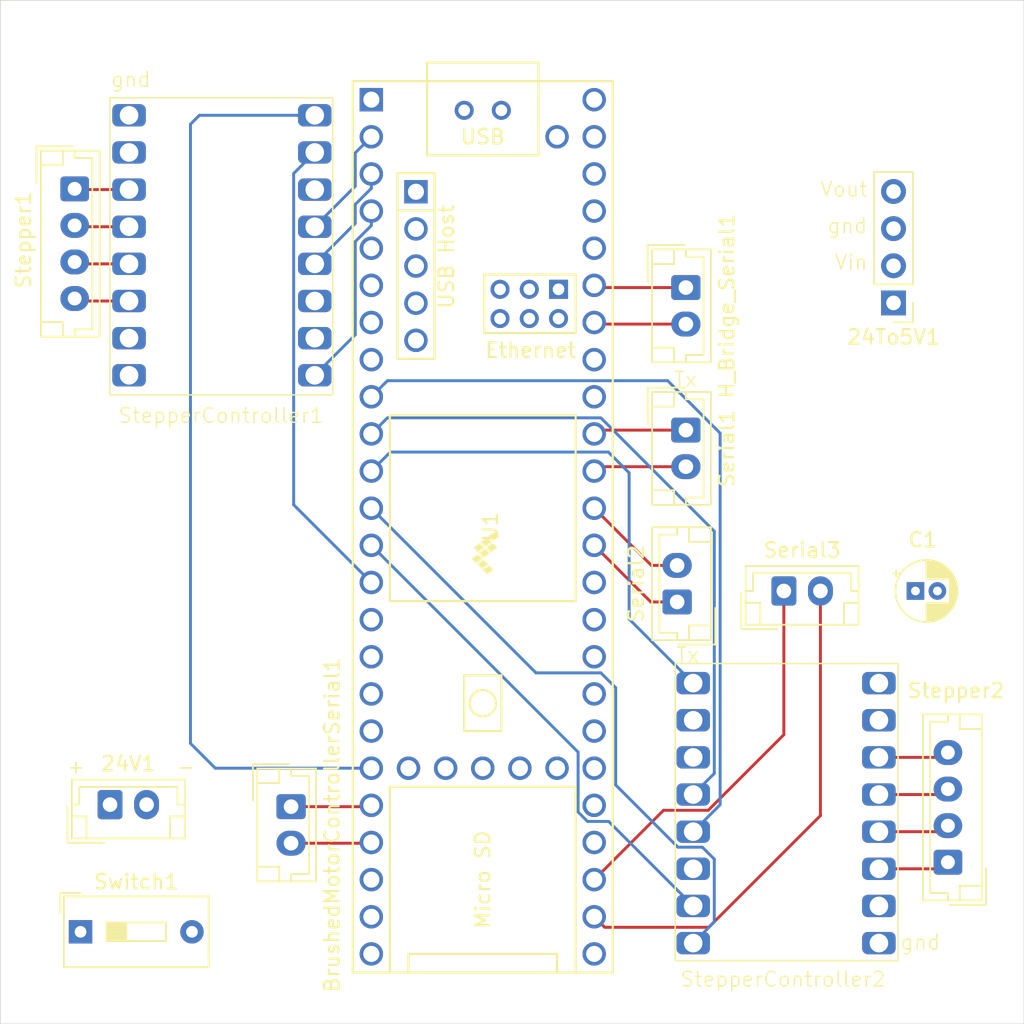
<source format=kicad_pcb>
(kicad_pcb (version 20241229) (generator "pcbnew") (generator_version "9.0")
  (layers (0 "F.Cu" signal "Data Lines 1") (4 "In1.Cu" power "GND") (6 "In2.Cu" power "VCC") (2 "B.Cu" signal "Data Lines 2") (13 "F.Paste" user) (15 "B.Paste" user) (5 "F.SilkS" user "F.Silkscreen") (7 "B.SilkS" user "B.Silkscreen") (1 "F.Mask" user) (3 "B.Mask" user) (25 "Edge.Cuts" user))
  (net 0 "")
  (net 2 "Net-(24To5V1-Vin)")
  (net 3 "Net-(24V1-Pin_1)")
  (net 4 "Net-(Stepper1-Pin_1)")
  (net 5 "Net-(Stepper1-Pin_3)")
  (net 6 "Net-(Stepper1-Pin_2)")
  (net 7 "Net-(Stepper1-Pin_4)")
  (net 8 "Net-(Stepper2-Pin_2)")
  (net 9 "Net-(Stepper2-Pin_4)")
  (net 10 "Net-(Stepper2-Pin_3)")
  (net 11 "Net-(Stepper2-Pin_1)")
  (net 55 "/TX_Stepper_Motor_1")
  (net 56 "/3v3_Stepper_Motor_1")
  (net 57 "/DIR_Stepper_Motor_1")
  (net 58 "/RX_Stepper_Motor_1")
  (net 59 "/OUT_2")
  (net 60 "/RX_Stepper_Motor_2")
  (net 61 "/3v3_Stepper_Motor_2")
  (net 62 "/OUT_1")
  (net 63 "/DIR_Stepper_Motor_2")
  (net 64 "/TX_Stepper_Motor_2")
  (net 65 "/STEP_Stepper_Motor_2")
  (net 66 "/RX_5_H_Bridge")
  (net 67 "/TX_5_H_Bridge")
  (net 68 "/RX_drill")
  (net 69 "/TX_drill")
  (net 70 "/RX_Serial_1")
  (net 71 "/TX_Serial_1")
  (net 72 "/RX_Serial_2")
  (net 73 "/TX_Serial_2")
  (net 74 "/RX_Serial_3")
  (net 75 "/TX_Serial_3")
  (net 76 "/GND_Teensy")
  (net 81 "Net-(24To5V1-Vout)")
  (net 82 "/STEP_Stepper_Motor_1")
  (footprint "Connector_JST:JST_EH_B2B-EH-A_1x02_P2.50mm_Vertical" (layer "F.Cu") (at 118.58 105.39)
    (property "Reference" "Serial3" (at 1.25 -2.8 0) (layer "F.SilkS"))
    (property "Value" "Conn_01x02")
    (pad "1" thru_hole roundrect (at 0 0) (size 1.7 2) (drill 1) (layers "*.Cu" "*.Mask") (roundrect_rratio 0.147059) (net 75 "/TX_Serial_3"))
    (pad "2" thru_hole oval (at 2.5 0) (size 1.7 2) (drill 1) (layers "*.Cu" "*.Mask") (net 74 "/RX_Serial_3"))
  )
  (footprint "Connector_PinHeader_2.54mm:PinHeader_1x04_P2.54mm_Vertical" (layer "F.Cu") (at 126.08 85.69 180)
    (property "Reference" "24To5V1" (at 0 -2.33 0) (layer "F.SilkS"))
    (property "Value" "~")
    (pad "1" thru_hole rect (at 0 0 180) (size 1.7 1.7) (drill 1) (layers "*.Cu" "*.Mask"))
    (pad "2" thru_hole oval (at 0 2.54 180) (size 1.7 1.7) (drill 1) (layers "*.Cu" "*.Mask") (net 2 "Net-(24To5V1-Vin)"))
    (pad "3" thru_hole oval (at 0 5.08 180) (size 1.7 1.7) (drill 1) (layers "*.Cu" "*.Mask") (net 76 "/GND_Teensy"))
    (pad "4" thru_hole oval (at 0 7.62 180) (size 1.7 1.7) (drill 1) (layers "*.Cu" "*.Mask") (net 81 "Net-(24To5V1-Vout)"))
  )
  (footprint "Connector_JST:JST_EH_B4B-EH-A_1x04_P2.50mm_Vertical" (layer "F.Cu") (at 129.8 123.94 90)
    (property "Reference" "Stepper2" (at 11.74 0.55 180) (layer "F.SilkS"))
    (property "Value" "Conn_01x04")
    (pad "1" thru_hole roundrect (at 0 0 90) (size 1.7 1.95) (drill 0.95) (layers "*.Cu" "*.Mask") (roundrect_rratio 0.147059) (net 11 "Net-(Stepper2-Pin_1)"))
    (pad "2" thru_hole oval (at 2.5 0 90) (size 1.7 1.95) (drill 0.95) (layers "*.Cu" "*.Mask") (net 8 "Net-(Stepper2-Pin_2)"))
    (pad "3" thru_hole oval (at 5 0 90) (size 1.7 1.95) (drill 0.95) (layers "*.Cu" "*.Mask") (net 10 "Net-(Stepper2-Pin_3)"))
    (pad "4" thru_hole oval (at 7.5 0 90) (size 1.7 1.95) (drill 0.95) (layers "*.Cu" "*.Mask") (net 9 "Net-(Stepper2-Pin_4)"))
  )
  (footprint "Bigtreetech_TMC2209:Bigtree_Tech_TMC2209_V1.3" (layer "F.Cu") (at 80.08 81.89 180)
    (property "Reference" "StepperController1" (at 0 -11.5 0) (layer "F.SilkS") (effects (font (thickness 0.1))))
    (property "Value" "~")
    (pad "1" thru_hole roundrect (at -6.42 -8.75 180) (size 2.286 1.524) (drill 1.27) (layers "*.Cu" "*.Mask") (net 59 "/OUT_2"))
    (pad "2" thru_hole roundrect (at -6.42 -6.21 180) (size 2.286 1.524) (drill 1.27) (layers "*.Cu" "*.Mask"))
    (pad "3" thru_hole roundrect (at -6.42 -3.67 180) (size 2.286 1.524) (drill 1.27) (layers "*.Cu" "*.Mask"))
    (pad "4" thru_hole roundrect (at -6.42 -1.13 180) (size 2.286 1.524) (drill 1.27) (layers "*.Cu" "*.Mask") (net 55 "/TX_Stepper_Motor_1"))
    (pad "5" thru_hole roundrect (at -6.42 1.41 180) (size 2.286 1.524) (drill 1.27) (layers "*.Cu" "*.Mask") (net 58 "/RX_Stepper_Motor_1"))
    (pad "6" thru_hole roundrect (at -6.42 3.95 180) (size 2.286 1.524) (drill 1.27) (layers "*.Cu" "*.Mask"))
    (pad "7" thru_hole roundrect (at -6.42 6.49 180) (size 2.286 1.524) (drill 1.27) (layers "*.Cu" "*.Mask") (net 82 "/STEP_Stepper_Motor_1"))
    (pad "8" thru_hole roundrect (at -6.42 9.03 180) (size 2.286 1.524) (drill 1.27) (layers "*.Cu" "*.Mask") (net 57 "/DIR_Stepper_Motor_1"))
    (pad "9" thru_hole roundrect (at 6.28 -8.75 180) (size 2.286 1.524) (drill 1.27) (layers "*.Cu" "*.Mask") (net 2 "Net-(24To5V1-Vin)"))
    (pad "10" thru_hole roundrect (at 6.28 -6.21 180) (size 2.286 1.524) (drill 1.27) (layers "*.Cu" "*.Mask") (net 76 "/GND_Teensy"))
    (pad "11" thru_hole roundrect (at 6.28 -3.67 180) (size 2.286 1.524) (drill 1.27) (layers "*.Cu" "*.Mask") (net 7 "Net-(Stepper1-Pin_4)"))
    (pad "12" thru_hole roundrect (at 6.28 -1.13 180) (size 2.286 1.524) (drill 1.27) (layers "*.Cu" "*.Mask") (net 5 "Net-(Stepper1-Pin_3)"))
    (pad "13" thru_hole roundrect (at 6.28 1.41 180) (size 2.286 1.524) (drill 1.27) (layers "*.Cu" "*.Mask") (net 6 "Net-(Stepper1-Pin_2)"))
    (pad "14" thru_hole roundrect (at 6.28 3.95 180) (size 2.286 1.524) (drill 1.27) (layers "*.Cu" "*.Mask") (net 4 "Net-(Stepper1-Pin_1)"))
    (pad "15" thru_hole roundrect (at 6.28 6.49 180) (size 2.286 1.524) (drill 1.27) (layers "*.Cu" "*.Mask") (net 56 "/3v3_Stepper_Motor_1"))
    (pad "16" thru_hole roundrect (at 6.28 9.03 180) (size 2.286 1.524) (drill 1.27) (layers "*.Cu" "*.Mask") (net 76 "/GND_Teensy"))
  )
  (footprint "Bigtreetech_TMC2209:Bigtree_Tech_TMC2209_V1.3" (layer "F.Cu") (at 118.8 120.44)
    (property "Reference" "StepperController2" (at -0.28 11.505 0) (layer "F.SilkS") (effects (font (thickness 0.1))))
    (property "Value" "~")
    (pad "1" thru_hole roundrect (at -6.42 -8.75) (size 2.286 1.524) (drill 1.27) (layers "*.Cu" "*.Mask") (net 62 "/OUT_1"))
    (pad "2" thru_hole roundrect (at -6.42 -6.21) (size 2.286 1.524) (drill 1.27) (layers "*.Cu" "*.Mask"))
    (pad "3" thru_hole roundrect (at -6.42 -3.67) (size 2.286 1.524) (drill 1.27) (layers "*.Cu" "*.Mask"))
    (pad "4" thru_hole roundrect (at -6.42 -1.13) (size 2.286 1.524) (drill 1.27) (layers "*.Cu" "*.Mask") (net 64 "/TX_Stepper_Motor_2"))
    (pad "5" thru_hole roundrect (at -6.42 1.41) (size 2.286 1.524) (drill 1.27) (layers "*.Cu" "*.Mask") (net 60 "/RX_Stepper_Motor_2"))
    (pad "6" thru_hole roundrect (at -6.42 3.95) (size 2.286 1.524) (drill 1.27) (layers "*.Cu" "*.Mask"))
    (pad "7" thru_hole roundrect (at -6.42 6.49) (size 2.286 1.524) (drill 1.27) (layers "*.Cu" "*.Mask") (net 65 "/STEP_Stepper_Motor_2"))
    (pad "8" thru_hole roundrect (at -6.42 9.03) (size 2.286 1.524) (drill 1.27) (layers "*.Cu" "*.Mask") (net 63 "/DIR_Stepper_Motor_2"))
    (pad "9" thru_hole roundrect (at 6.28 -8.75) (size 2.286 1.524) (drill 1.27) (layers "*.Cu" "*.Mask") (net 2 "Net-(24To5V1-Vin)"))
    (pad "10" thru_hole roundrect (at 6.28 -6.21) (size 2.286 1.524) (drill 1.27) (layers "*.Cu" "*.Mask") (net 76 "/GND_Teensy"))
    (pad "11" thru_hole roundrect (at 6.28 -3.67) (size 2.286 1.524) (drill 1.27) (layers "*.Cu" "*.Mask") (net 9 "Net-(Stepper2-Pin_4)"))
    (pad "12" thru_hole roundrect (at 6.28 -1.13) (size 2.286 1.524) (drill 1.27) (layers "*.Cu" "*.Mask") (net 10 "Net-(Stepper2-Pin_3)"))
    (pad "13" thru_hole roundrect (at 6.28 1.41) (size 2.286 1.524) (drill 1.27) (layers "*.Cu" "*.Mask") (net 8 "Net-(Stepper2-Pin_2)"))
    (pad "14" thru_hole roundrect (at 6.28 3.95) (size 2.286 1.524) (drill 1.27) (layers "*.Cu" "*.Mask") (net 11 "Net-(Stepper2-Pin_1)"))
    (pad "15" thru_hole roundrect (at 6.28 6.49) (size 2.286 1.524) (drill 1.27) (layers "*.Cu" "*.Mask") (net 61 "/3v3_Stepper_Motor_2"))
    (pad "16" thru_hole roundrect (at 6.28 9.03) (size 2.286 1.524) (drill 1.27) (layers "*.Cu" "*.Mask") (net 76 "/GND_Teensy"))
  )
  (footprint "Connector_JST:JST_EH_B2B-EH-A_1x02_P2.50mm_Vertical" (layer "F.Cu") (at 84.88 120.14 -90)
    (property "Reference" "BrushedMotorControllerSerial1" (at 1.25 -2.8 90) (layer "F.SilkS"))
    (property "Value" "Conn_01x02")
    (pad "1" thru_hole roundrect (at 0 0 270) (size 1.7 2) (drill 1) (layers "*.Cu" "*.Mask") (roundrect_rratio 0.147059) (net 68 "/RX_drill"))
    (pad "2" thru_hole oval (at 2.5 0 270) (size 1.7 2) (drill 1) (layers "*.Cu" "*.Mask") (net 69 "/TX_drill"))
  )
  (footprint "Teensy:Teensy41" (layer "F.Cu") (at 97.99 101 -90)
    (property "Reference" "U1" (at 0 -0.51 90) (layer "F.SilkS"))
    (property "Value" "Teensy4.1")
    (fp_text user "Ethernet" (at -12.065 -3.2766 0) (layer "F.SilkS"))
    (fp_text user "Micro SD" (at 24.13 0 90) (layer "F.SilkS"))
    (fp_text user "USB" (at -26.67 0 0) (layer "F.SilkS"))
    (fp_text user "USB Host" (at -18.4658 2.4892 90) (layer "F.SilkS"))
    (pad "1" thru_hole rect (at -29.21 7.62 270) (size 1.6 1.6) (drill 1.1) (layers "*.Cu" "*.Mask") (net 76 "/GND_Teensy"))
    (pad "2" thru_hole circle (at -26.67 7.62 270) (size 1.6 1.6) (drill 1.1) (layers "*.Cu" "*.Mask") (net 58 "/RX_Stepper_Motor_1"))
    (pad "3" thru_hole circle (at -24.13 7.62 270) (size 1.6 1.6) (drill 1.1) (layers "*.Cu" "*.Mask") (net 55 "/TX_Stepper_Motor_1"))
    (pad "4" thru_hole circle (at -21.59 7.62 270) (size 1.6 1.6) (drill 1.1) (layers "*.Cu" "*.Mask") (net 59 "/OUT_2"))
    (pad "5" thru_hole circle (at -19.05 7.62 270) (size 1.6 1.6) (drill 1.1) (layers "*.Cu" "*.Mask"))
    (pad "6" thru_hole circle (at -16.51 7.62 270) (size 1.6 1.6) (drill 1.1) (layers "*.Cu" "*.Mask"))
    (pad "7" thru_hole circle (at -13.97 7.62 270) (size 1.6 1.6) (drill 1.1) (layers "*.Cu" "*.Mask"))
    (pad "8" thru_hole circle (at -11.43 7.62 270) (size 1.6 1.6) (drill 1.1) (layers "*.Cu" "*.Mask"))
    (pad "9" thru_hole circle (at -8.89 7.62 270) (size 1.6 1.6) (drill 1.1) (layers "*.Cu" "*.Mask") (net 60 "/RX_Stepper_Motor_2"))
    (pad "10" thru_hole circle (at -6.35 7.62 270) (size 1.6 1.6) (drill 1.1) (layers "*.Cu" "*.Mask") (net 64 "/TX_Stepper_Motor_2"))
    (pad "11" thru_hole circle (at -3.81 7.62 270) (size 1.6 1.6) (drill 1.1) (layers "*.Cu" "*.Mask") (net 62 "/OUT_1"))
    (pad "12" thru_hole circle (at -1.27 7.62 270) (size 1.6 1.6) (drill 1.1) (layers "*.Cu" "*.Mask") (net 63 "/DIR_Stepper_Motor_2"))
    (pad "13" thru_hole circle (at 1.27 7.62 270) (size 1.6 1.6) (drill 1.1) (layers "*.Cu" "*.Mask") (net 65 "/STEP_Stepper_Motor_2"))
    (pad "14" thru_hole circle (at 3.81 7.62 270) (size 1.6 1.6) (drill 1.1) (layers "*.Cu" "*.Mask") (net 82 "/STEP_Stepper_Motor_1"))
    (pad "15" thru_hole circle (at 6.35 7.62 270) (size 1.6 1.6) (drill 1.1) (layers "*.Cu" "*.Mask") (net 61 "/3v3_Stepper_Motor_2"))
    (pad "16" thru_hole circle (at 8.89 7.62 270) (size 1.6 1.6) (drill 1.1) (layers "*.Cu" "*.Mask"))
    (pad "17" thru_hole circle (at 11.43 7.62 270) (size 1.6 1.6) (drill 1.1) (layers "*.Cu" "*.Mask"))
    (pad "18" thru_hole circle (at 13.97 7.62 270) (size 1.6 1.6) (drill 1.1) (layers "*.Cu" "*.Mask"))
    (pad "19" thru_hole circle (at 16.51 7.62 270) (size 1.6 1.6) (drill 1.1) (layers "*.Cu" "*.Mask") (net 57 "/DIR_Stepper_Motor_1"))
    (pad "20" thru_hole circle (at 19.05 7.62 270) (size 1.6 1.6) (drill 1.1) (layers "*.Cu" "*.Mask") (net 68 "/RX_drill"))
    (pad "21" thru_hole circle (at 21.59 7.62 270) (size 1.6 1.6) (drill 1.1) (layers "*.Cu" "*.Mask") (net 69 "/TX_drill"))
    (pad "22" thru_hole circle (at 24.13 7.62 270) (size 1.6 1.6) (drill 1.1) (layers "*.Cu" "*.Mask"))
    (pad "23" thru_hole circle (at 26.67 7.62 270) (size 1.6 1.6) (drill 1.1) (layers "*.Cu" "*.Mask"))
    (pad "24" thru_hole circle (at 29.21 7.62 270) (size 1.6 1.6) (drill 1.1) (layers "*.Cu" "*.Mask"))
    (pad "25" thru_hole circle (at 29.21 -7.62 270) (size 1.6 1.6) (drill 1.1) (layers "*.Cu" "*.Mask"))
    (pad "26" thru_hole circle (at 26.67 -7.62 270) (size 1.6 1.6) (drill 1.1) (layers "*.Cu" "*.Mask") (net 74 "/RX_Serial_3"))
    (pad "27" thru_hole circle (at 24.13 -7.62 270) (size 1.6 1.6) (drill 1.1) (layers "*.Cu" "*.Mask") (net 75 "/TX_Serial_3"))
    (pad "28" thru_hole circle (at 21.59 -7.62 270) (size 1.6 1.6) (drill 1.1) (layers "*.Cu" "*.Mask"))
    (pad "29" thru_hole circle (at 19.05 -7.62 270) (size 1.6 1.6) (drill 1.1) (layers "*.Cu" "*.Mask"))
    (pad "30" thru_hole circle (at 16.51 -7.62 270) (size 1.6 1.6) (drill 1.1) (layers "*.Cu" "*.Mask"))
    (pad "31" thru_hole circle (at 13.97 -7.62 270) (size 1.6 1.6) (drill 1.1) (layers "*.Cu" "*.Mask"))
    (pad "32" thru_hole circle (at 11.43 -7.62 270) (size 1.6 1.6) (drill 1.1) (layers "*.Cu" "*.Mask"))
    (pad "33" thru_hole circle (at 8.89 -7.62 270) (size 1.6 1.6) (drill 1.1) (layers "*.Cu" "*.Mask"))
    (pad "34" thru_hole circle (at 6.35 -7.62 270) (size 1.6 1.6) (drill 1.1) (layers "*.Cu" "*.Mask") (net 76 "/GND_Teensy"))
    (pad "35" thru_hole circle (at 3.81 -7.62 270) (size 1.6 1.6) (drill 1.1) (layers "*.Cu" "*.Mask"))
    (pad "36" thru_hole circle (at 1.27 -7.62 270) (size 1.6 1.6) (drill 1.1) (layers "*.Cu" "*.Mask") (net 73 "/TX_Serial_2"))
    (pad "37" thru_hole circle (at -1.27 -7.62 270) (size 1.6 1.6) (drill 1.1) (layers "*.Cu" "*.Mask") (net 72 "/RX_Serial_2"))
    (pad "38" thru_hole circle (at -3.81 -7.62 270) (size 1.6 1.6) (drill 1.1) (layers "*.Cu" "*.Mask") (net 70 "/RX_Serial_1"))
    (pad "39" thru_hole circle (at -6.35 -7.62 270) (size 1.6 1.6) (drill 1.1) (layers "*.Cu" "*.Mask") (net 71 "/TX_Serial_1"))
    (pad "40" thru_hole circle (at -8.89 -7.62 270) (size 1.6 1.6) (drill 1.1) (layers "*.Cu" "*.Mask"))
    (pad "41" thru_hole circle (at -11.43 -7.62 270) (size 1.6 1.6) (drill 1.1) (layers "*.Cu" "*.Mask"))
    (pad "42" thru_hole circle (at -13.97 -7.62 270) (size 1.6 1.6) (drill 1.1) (layers "*.Cu" "*.Mask") (net 67 "/TX_5_H_Bridge"))
    (pad "43" thru_hole circle (at -16.51 -7.62 270) (size 1.6 1.6) (drill 1.1) (layers "*.Cu" "*.Mask") (net 66 "/RX_5_H_Bridge"))
    (pad "44" thru_hole circle (at -19.05 -7.62 270) (size 1.6 1.6) (drill 1.1) (layers "*.Cu" "*.Mask"))
    (pad "45" thru_hole circle (at -21.59 -7.62 270) (size 1.6 1.6) (drill 1.1) (layers "*.Cu" "*.Mask"))
    (pad "46" thru_hole circle (at -24.13 -7.62 270) (size 1.6 1.6) (drill 1.1) (layers "*.Cu" "*.Mask") (net 56 "/3v3_Stepper_Motor_1"))
    (pad "47" thru_hole circle (at -26.67 -7.62 270) (size 1.6 1.6) (drill 1.1) (layers "*.Cu" "*.Mask") (net 76 "/GND_Teensy"))
    (pad "48" thru_hole circle (at -29.21 -7.62 270) (size 1.6 1.6) (drill 1.1) (layers "*.Cu" "*.Mask") (net 81 "Net-(24To5V1-Vout)"))
    (pad "49" thru_hole circle (at -26.67 -5.08 270) (size 1.6 1.6) (drill 1.1) (layers "*.Cu" "*.Mask"))
    (pad "50" thru_hole circle (at 16.51 5.08 270) (size 1.6 1.6) (drill 1.1) (layers "*.Cu" "*.Mask"))
    (pad "51" thru_hole circle (at 16.51 2.54 270) (size 1.6 1.6) (drill 1.1) (layers "*.Cu" "*.Mask"))
    (pad "52" thru_hole circle (at 16.51 0 270) (size 1.6 1.6) (drill 1.1) (layers "*.Cu" "*.Mask"))
    (pad "53" thru_hole circle (at 16.51 -2.54 270) (size 1.6 1.6) (drill 1.1) (layers "*.Cu" "*.Mask"))
    (pad "54" thru_hole circle (at 16.51 -5.08 270) (size 1.6 1.6) (drill 1.1) (layers "*.Cu" "*.Mask"))
    (pad "55" thru_hole rect (at -22.9108 4.5692 270) (size 1.6 1.6) (drill 1.1) (layers "*.Cu" "*.Mask"))
    (pad "56" thru_hole circle (at -20.3708 4.5692 270) (size 1.6 1.6) (drill 1.1) (layers "*.Cu" "*.Mask"))
    (pad "57" thru_hole circle (at -17.8308 4.5692 270) (size 1.6 1.6) (drill 1.1) (layers "*.Cu" "*.Mask"))
    (pad "58" thru_hole circle (at -15.2908 4.5692 270) (size 1.6 1.6) (drill 1.1) (layers "*.Cu" "*.Mask"))
    (pad "59" thru_hole circle (at -12.7508 4.5692 270) (size 1.6 1.6) (drill 1.1) (layers "*.Cu" "*.Mask"))
    (pad "60" thru_hole rect (at -16.24 -5.1816 270) (size 1.3 1.3) (drill 0.8) (layers "*.Cu" "*.Mask"))
    (pad "61" thru_hole circle (at -16.24 -3.1816 270) (size 1.3 1.3) (drill 0.8) (layers "*.Cu" "*.Mask"))
    (pad "62" thru_hole circle (at -16.24 -1.1816 270) (size 1.3 1.3) (drill 0.8) (layers "*.Cu" "*.Mask"))
    (pad "63" thru_hole circle (at -14.24 -1.1816 270) (size 1.3 1.3) (drill 0.8) (layers "*.Cu" "*.Mask"))
    (pad "64" thru_hole circle (at -14.24 -3.1816 270) (size 1.3 1.3) (drill 0.8) (layers "*.Cu" "*.Mask"))
    (pad "65" thru_hole circle (at -14.24 -5.1816 270) (size 1.3 1.3) (drill 0.8) (layers "*.Cu" "*.Mask"))
    (pad "66" thru_hole circle (at -28.48 -1.27 270) (size 1.3 1.3) (drill 0.8) (layers "*.Cu" "*.Mask"))
    (pad "67" thru_hole circle (at -28.48 1.27 270) (size 1.3 1.3) (drill 0.8) (layers "*.Cu" "*.Mask"))
  )
  (footprint "Capacitor_THT:CP_Radial_D4.0mm_P1.50mm" (layer "F.Cu") (at 127.58 105.39)
    (property "Reference" "C1" (at 0.5 -3.5 0) (layer "F.SilkS"))
    (property "Value" "C")
    (pad "1" thru_hole rect (at 0 0) (size 1.2 1.2) (drill 0.6) (layers "*.Cu" "*.Mask") (net 2 "Net-(24To5V1-Vin)"))
    (pad "2" thru_hole circle (at 1.5 0) (size 1.2 1.2) (drill 0.6) (layers "*.Cu" "*.Mask") (net 76 "/GND_Teensy"))
  )
  (footprint "Connector_JST:JST_EH_B2B-EH-A_1x02_P2.50mm_Vertical" (layer "F.Cu") (at 111.88 94.39 -90)
    (property "Reference" "Serial1" (at 1.25 -2.8 90) (layer "F.SilkS"))
    (property "Value" "Conn_01x02")
    (pad "1" thru_hole roundrect (at 0 0 270) (size 1.7 2) (drill 1) (layers "*.Cu" "*.Mask") (roundrect_rratio 0.147059) (net 71 "/TX_Serial_1"))
    (pad "2" thru_hole oval (at 2.5 0 270) (size 1.7 2) (drill 1) (layers "*.Cu" "*.Mask") (net 70 "/RX_Serial_1"))
  )
  (footprint "Connector_JST:JST_EH_B4B-EH-A_1x04_P2.50mm_Vertical" (layer "F.Cu") (at 70.08 77.89 -90)
    (property "Reference" "Stepper1" (at 3.5 3.5 90) (layer "F.SilkS"))
    (property "Value" "Conn_01x04")
    (pad "1" thru_hole roundrect (at 0 0 270) (size 1.7 1.95) (drill 0.95) (layers "*.Cu" "*.Mask") (roundrect_rratio 0.147059) (net 4 "Net-(Stepper1-Pin_1)"))
    (pad "2" thru_hole oval (at 2.5 0 270) (size 1.7 1.95) (drill 0.95) (layers "*.Cu" "*.Mask") (net 6 "Net-(Stepper1-Pin_2)"))
    (pad "3" thru_hole oval (at 5 0 270) (size 1.7 1.95) (drill 0.95) (layers "*.Cu" "*.Mask") (net 5 "Net-(Stepper1-Pin_3)"))
    (pad "4" thru_hole oval (at 7.5 0 270) (size 1.7 1.95) (drill 0.95) (layers "*.Cu" "*.Mask") (net 7 "Net-(Stepper1-Pin_4)"))
  )
  (footprint "Connector_JST:JST_EH_B2B-EH-A_1x02_P2.50mm_Vertical" (layer "F.Cu") (at 111.28 106.14 90)
    (property "Reference" "Serial2" (at 1.25 -2.8 90) (layer "F.SilkS"))
    (property "Value" "Conn_01x02")
    (pad "1" thru_hole roundrect (at 0 0 90) (size 1.7 2) (drill 1) (layers "*.Cu" "*.Mask") (roundrect_rratio 0.147059) (net 73 "/TX_Serial_2"))
    (pad "2" thru_hole oval (at 2.5 0 90) (size 1.7 2) (drill 1) (layers "*.Cu" "*.Mask") (net 72 "/RX_Serial_2"))
  )
  (footprint "Button_Switch_THT:SW_DIP_SPSTx01_Slide_9.78x4.72mm_W7.62mm_P2.54mm" (layer "F.Cu") (at 70.4825 128.7)
    (property "Reference" "Switch1" (at 3.81 -3.42 0) (layer "F.SilkS"))
    (property "Value" "SW_DIP_x01")
    (pad "1" thru_hole rect (at 0 0) (size 1.6 1.6) (drill 0.8) (layers "*.Cu" "*.Mask") (net 3 "Net-(24V1-Pin_1)"))
    (pad "2" thru_hole oval (at 7.62 0) (size 1.6 1.6) (drill 0.8) (layers "*.Cu" "*.Mask") (net 2 "Net-(24To5V1-Vin)"))
  )
  (footprint "Connector_JST:JST_EH_B2B-EH-A_1x02_P2.50mm_Vertical" (layer "F.Cu") (at 111.88 84.64 -90)
    (property "Reference" "H_Bridge_Serial1" (at 1.25 -2.8 90) (layer "F.SilkS"))
    (property "Value" "Conn_01x02")
    (pad "1" thru_hole roundrect (at 0 0 270) (size 1.7 2) (drill 1) (layers "*.Cu" "*.Mask") (roundrect_rratio 0.147059) (net 66 "/RX_5_H_Bridge"))
    (pad "2" thru_hole oval (at 2.5 0 270) (size 1.7 2) (drill 1) (layers "*.Cu" "*.Mask") (net 67 "/TX_5_H_Bridge"))
  )
  (footprint "Connector_JST:JST_EH_B2B-EH-A_1x02_P2.50mm_Vertical" (layer "F.Cu") (at 72.5 120)
    (property "Reference" "24V1" (at 1.25 -2.8 0) (layer "F.SilkS"))
    (property "Value" "Conn_01x02")
    (pad "1" thru_hole roundrect (at 0 0) (size 1.7 2) (drill 1) (layers "*.Cu" "*.Mask") (roundrect_rratio 0.147059) (net 3 "Net-(24V1-Pin_1)"))
    (pad "2" thru_hole oval (at 2.5 0) (size 1.7 2) (drill 1) (layers "*.Cu" "*.Mask") (net 76 "/GND_Teensy"))
  )
  (gr_rect (start 65 65) (end 135 135) (stroke (width 0.05)) (fill no) (layer "Edge.Cuts"))
  (gr_text "gnd" (at 126.5 130 0) (layer "F.SilkS") (effects (font (size 1 1) (thickness 0.1)) (justify left bottom)))
  (gr_text "Vin" (at 122 83.5 0) (layer "F.SilkS") (effects (font (size 1 1) (thickness 0.1)) (justify left bottom)))
  (gr_text "Tx" (at 111 91.5 0) (layer "F.SilkS") (effects (font (size 1 1) (thickness 0.1)) (justify left bottom)))
  (gr_text "Vout" (at 121 78.5 0) (layer "F.SilkS") (effects (font (size 1 1) (thickness 0.1)) (justify left bottom)))
  (gr_text "-" (at 77 118 0) (layer "F.SilkS") (effects (font (size 1 1) (thickness 0.1)) (justify left bottom)))
  (gr_text "gnd" (at 72.5 71 0) (layer "F.SilkS") (effects (font (size 1 1) (thickness 0.1)) (justify left bottom)))
  (gr_text "+" (at 69.5 118 0) (layer "F.SilkS") (effects (font (size 1 1) (thickness 0.1)) (justify left bottom)))
  (gr_text "Tx" (at 111.15 110.35 0) (layer "F.SilkS") (effects (font (size 1 1) (thickness 0.1)) (justify left bottom)))
  (gr_text "gnd" (at 121.5 81 0) (layer "F.SilkS") (effects (font (size 1 1) (thickness 0.1)) (justify left bottom)))
  (segment (start 73.8 77.94) (end 70.13 77.94) (width 0.2) (layer "F.Cu") (net 4))
  (segment (start 70.13 77.94) (end 70.08 77.89) (width 0.2) (layer "F.Cu") (net 4))
  (segment (start 70.21 83.02) (end 70.08 82.89) (width 0.2) (layer "F.Cu") (net 5))
  (segment (start 73.8 83.02) (end 70.21 83.02) (width 0.2) (layer "F.Cu") (net 5))
  (segment (start 70.17 80.48) (end 70.08 80.39) (width 0.2) (layer "F.Cu") (net 6))
  (segment (start 73.8 80.48) (end 70.17 80.48) (width 0.2) (layer "F.Cu") (net 6))
  (segment (start 70.25 85.56) (end 70.08 85.39) (width 0.2) (layer "F.Cu") (net 7))
  (segment (start 73.8 85.56) (end 70.25 85.56) (width 0.2) (layer "F.Cu") (net 7))
  (segment (start 129.39 121.85) (end 129.8 121.44) (width 0.2) (layer "F.Cu") (net 8))
  (segment (start 125.08 121.85) (end 129.39 121.85) (width 0.2) (layer "F.Cu") (net 8))
  (segment (start 125.08 116.77) (end 129.47 116.77) (width 0.2) (layer "F.Cu") (net 9))
  (segment (start 129.47 116.77) (end 129.8 116.44) (width 0.2) (layer "F.Cu") (net 9))
  (segment (start 125.08 119.31) (end 129.43 119.31) (width 0.2) (layer "F.Cu") (net 10))
  (segment (start 129.43 119.31) (end 129.8 118.94) (width 0.2) (layer "F.Cu") (net 10))
  (segment (start 125.08 124.39) (end 129.35 124.39) (width 0.2) (layer "F.Cu") (net 11))
  (segment (start 129.35 124.39) (end 129.8 123.94) (width 0.2) (layer "F.Cu") (net 11))
  (segment (start 90.37 77.854365) (end 90.37 76.87) (width 0.2) (layer "B.Cu") (net 55))
  (segment (start 86.5 83.02) (end 89.27 80.25) (width 0.2) (layer "B.Cu") (net 55))
  (segment (start 89.27 78.954365) (end 90.37 77.854365) (width 0.2) (layer "B.Cu") (net 55))
  (segment (start 89.27 80.25) (end 89.27 78.954365) (width 0.2) (layer "B.Cu") (net 55))
  (segment (start 86.5 72.86) (end 78.61 72.86) (width 0.2) (layer "B.Cu") (net 57))
  (segment (start 78.61 72.86) (end 78 73.47) (width 0.2) (layer "B.Cu") (net 57))
  (segment (start 78 115.81) (end 79.7 117.51) (width 0.2) (layer "B.Cu") (net 57))
  (segment (start 78 73.47) (end 78 115.81) (width 0.2) (layer "B.Cu") (net 57))
  (segment (start 79.7 117.51) (end 90.37 117.51) (width 0.2) (layer "B.Cu") (net 57))
  (segment (start 89.27 77.71) (end 89.27 75.43) (width 0.2) (layer "B.Cu") (net 58))
  (segment (start 86.5 80.48) (end 89.27 77.71) (width 0.2) (layer "B.Cu") (net 58))
  (segment (start 89.27 75.43) (end 90.37 74.33) (width 0.2) (layer "B.Cu") (net 58))
  (segment (start 89.27 87.87) (end 89.27 81.494365) (width 0.2) (layer "B.Cu") (net 59))
  (segment (start 89.27 81.494365) (end 90.37 80.394365) (width 0.2) (layer "B.Cu") (net 59))
  (segment (start 86.5 90.64) (end 89.27 87.87) (width 0.2) (layer "B.Cu") (net 59))
  (segment (start 90.37 80.394365) (end 90.37 79.41) (width 0.2) (layer "B.Cu") (net 59))
  (segment (start 91.47 91.01) (end 90.37 92.11) (width 0.2) (layer "B.Cu") (net 60))
  (segment (start 114.223 94.598256) (end 110.634744 91.01) (width 0.2) (layer "B.Cu") (net 60))
  (segment (start 114.223 120.007) (end 114.223 94.598256) (width 0.2) (layer "B.Cu") (net 60))
  (segment (start 112.38 121.85) (end 114.223 120.007) (width 0.2) (layer "B.Cu") (net 60))
  (segment (start 110.634744 91.01) (end 91.47 91.01) (width 0.2) (layer "B.Cu") (net 60))
  (segment (start 108 107.31) (end 108 97.31) (width 0.2) (layer "B.Cu") (net 62))
  (segment (start 108 97.31) (end 106.58 95.89) (width 0.2) (layer "B.Cu") (net 62))
  (segment (start 91.67 95.89) (end 90.37 97.19) (width 0.2) (layer "B.Cu") (net 62))
  (segment (start 106.58 95.89) (end 91.67 95.89) (width 0.2) (layer "B.Cu") (net 62))
  (segment (start 112.38 111.69) (end 108 107.31) (width 0.2) (layer "B.Cu") (net 62))
  (segment (start 101.63 110.99) (end 90.37 99.73) (width 0.2) (layer "B.Cu") (net 63))
  (segment (start 106.065635 110.99) (end 101.63 110.99) (width 0.2) (layer "B.Cu") (net 63))
  (segment (start 112.38 129.47) (end 113.823 128.027) (width 0.2) (layer "B.Cu") (net 63))
  (segment (start 113.823 128.027) (end 113.823 123.72692) (width 0.2) (layer "B.Cu") (net 63))
  (segment (start 107.08 112.004365) (end 106.065635 110.99) (width 0.2) (layer "B.Cu") (net 63))
  (segment (start 111.33592 122.912) (end 107.08 118.65608) (width 0.2) (layer "B.Cu") (net 63))
  (segment (start 113.00808 122.912) (end 111.33592 122.912) (width 0.2) (layer "B.Cu") (net 63))
  (segment (start 113.823 123.72692) (end 113.00808 122.912) (width 0.2) (layer "B.Cu") (net 63))
  (segment (start 107.08 118.65608) (end 107.08 112.004365) (width 0.2) (layer "B.Cu") (net 63))
  (segment (start 113.823 101.307365) (end 106.065635 93.55) (width 0.2) (layer "B.Cu") (net 64))
  (segment (start 91.47 93.55) (end 90.37 94.65) (width 0.2) (layer "B.Cu") (net 64))
  (segment (start 113.823 117.867) (end 113.823 101.307365) (width 0.2) (layer "B.Cu") (net 64))
  (segment (start 112.38 119.31) (end 113.823 117.867) (width 0.2) (layer "B.Cu") (net 64))
  (segment (start 106.065635 93.55) (end 91.47 93.55) (width 0.2) (layer "B.Cu") (net 64))
  (segment (start 112.38 126.93) (end 106.6 121.15) (width 0.2) (layer "B.Cu") (net 65))
  (segment (start 104.51 116.41) (end 90.37 102.27) (width 0.2) (layer "B.Cu") (net 65))
  (segment (start 104.51 120.505635) (end 104.51 116.41) (width 0.2) (layer "B.Cu") (net 65))
  (segment (start 106.6 121.15) (end 105.154365 121.15) (width 0.2) (layer "B.Cu") (net 65))
  (segment (start 105.154365 121.15) (end 104.51 120.505635) (width 0.2) (layer "B.Cu") (net 65))
  (segment (start 111.88 84.64) (end 105.76 84.64) (width 0.2) (layer "F.Cu") (net 66))
  (segment (start 105.72 87.14) (end 105.61 87.03) (width 0.2) (layer "F.Cu") (net 67))
  (segment (start 111.88 87.14) (end 105.72 87.14) (width 0.2) (layer "F.Cu") (net 67))
  (segment (start 90.28 120.14) (end 90.37 120.05) (width 0.2) (layer "F.Cu") (net 68))
  (segment (start 84.88 120.14) (end 87.83 120.14) (width 0.2) (layer "F.Cu") (net 68))
  (segment (start 87.83 120.14) (end 90.28 120.14) (width 0.2) (layer "F.Cu") (net 68))
  (segment (start 90.32 122.64) (end 90.37 122.59) (width 0.2) (layer "F.Cu") (net 69))
  (segment (start 87.83 122.64) (end 90.32 122.64) (width 0.2) (layer "F.Cu") (net 69))
  (segment (start 84.88 122.64) (end 87.83 122.64) (width 0.2) (layer "F.Cu") (net 69))
  (segment (start 105.91 96.89) (end 105.61 97.19) (width 0.2) (layer "F.Cu") (net 70))
  (segment (start 111.88 96.89) (end 105.91 96.89) (width 0.2) (layer "F.Cu") (net 70))
  (segment (start 105.87 94.39) (end 105.61 94.65) (width 0.2) (layer "F.Cu") (net 71))
  (segment (start 111.88 94.39) (end 105.87 94.39) (width 0.2) (layer "F.Cu") (net 71))
  (segment (start 109.52 103.64) (end 105.61 99.73) (width 0.2) (layer "F.Cu") (net 72))
  (segment (start 111.28 103.64) (end 109.52 103.64) (width 0.2) (layer "F.Cu") (net 72))
  (segment (start 111.28 106.14) (end 109.48 106.14) (width 0.2) (layer "F.Cu") (net 73))
  (segment (start 109.48 106.14) (end 105.61 102.27) (width 0.2) (layer "F.Cu") (net 73))
  (segment (start 106.33 128.39) (end 105.61 127.67) (width 0.2) (layer "F.Cu") (net 74))
  (segment (start 121.08 105.39) (end 121.08 120.75208) (width 0.2) (layer "F.Cu") (net 74))
  (segment (start 113.44208 128.39) (end 106.33 128.39) (width 0.2) (layer "F.Cu") (net 74))
  (segment (start 121.08 120.75208) (end 113.44208 128.39) (width 0.2) (layer "F.Cu") (net 74))
  (segment (start 118.58 115.21608) (end 113.40608 120.39) (width 0.2) (layer "F.Cu") (net 75))
  (segment (start 118.58 105.39) (end 118.58 115.21608) (width 0.2) (layer "F.Cu") (net 75))
  (segment (start 113.40608 120.39) (end 110.35 120.39) (width 0.2) (layer "F.Cu") (net 75))
  (segment (start 110.35 120.39) (end 105.61 125.13) (width 0.2) (layer "F.Cu") (net 75))
  (segment (start 90.37 104.81) (end 85.057 99.497) (width 0.2) (layer "B.Cu") (net 82))
  (segment (start 85.057 99.497) (end 85.057 76.843) (width 0.2) (layer "B.Cu") (net 82))
  (segment (start 85.057 76.843) (end 86.5 75.4) (width 0.2) (layer "B.Cu") (net 82))
)
</source>
